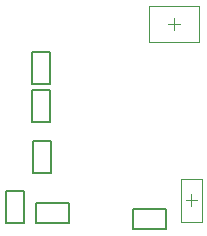
<source format=gbr>
G04*
G04 #@! TF.GenerationSoftware,Altium Limited,Altium Designer,23.3.1 (30)*
G04*
G04 Layer_Color=32768*
%FSLAX25Y25*%
%MOIN*%
G70*
G04*
G04 #@! TF.SameCoordinates,9E9A1B20-5B00-4279-B210-449FD35A5861*
G04*
G04*
G04 #@! TF.FilePolarity,Positive*
G04*
G01*
G75*
%ADD10C,0.00787*%
%ADD74C,0.00197*%
D10*
X197699Y222290D02*
X208723D01*
X197699D02*
Y228983D01*
X208723D01*
Y222290D02*
Y228983D01*
X155436Y224505D02*
X161539D01*
Y235159D01*
X155436D02*
X161539D01*
X155436Y224505D02*
Y235159D01*
X164385Y251536D02*
X170488D01*
X164385Y240881D02*
Y251536D01*
Y240881D02*
X170488D01*
Y251536D01*
X163987Y268740D02*
X170089D01*
X163987Y258086D02*
Y268740D01*
Y258086D02*
X170089D01*
Y268740D01*
X163918Y270742D02*
X170021D01*
Y281396D01*
X163918D02*
X170021D01*
X163918Y270742D02*
Y281396D01*
X165450Y224282D02*
Y230975D01*
Y224282D02*
X176474D01*
Y230975D01*
X165450D02*
X176474D01*
D74*
X211311Y288677D02*
Y292614D01*
X209342Y290645D02*
X213279D01*
X203043Y284543D02*
Y296748D01*
Y284543D02*
X219579D01*
Y296748D01*
X203043D02*
X219579D01*
X217230Y229920D02*
Y233857D01*
X215261Y231888D02*
X219198D01*
X213785Y224802D02*
Y238975D01*
X220674D01*
Y224802D02*
Y238975D01*
X213785Y224802D02*
X220674D01*
M02*

</source>
